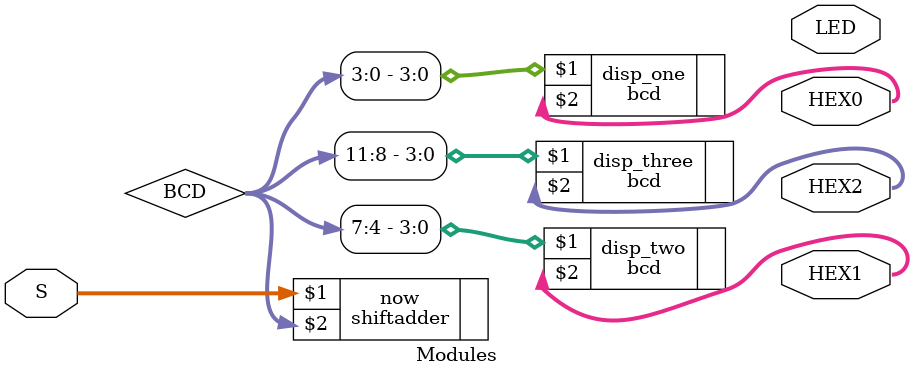
<source format=v>
`include "./shiftadder.v"
`include "./bcd.v"
module Modules (input [7:0]S,output [6:0]HEX0,output [6:0]HEX1,output [6:0]HEX2,output [3:0]LED);
//shftadd3(S[3:0],LED[3:0]);
wire [11:0]BCD;
shiftadder now (S[7:0],BCD[11:0]);
bcd disp_one (BCD[3:0],HEX0);
bcd disp_two (BCD[7:4], HEX1);
bcd disp_three (BCD[11:8], HEX2);
endmodule

</source>
